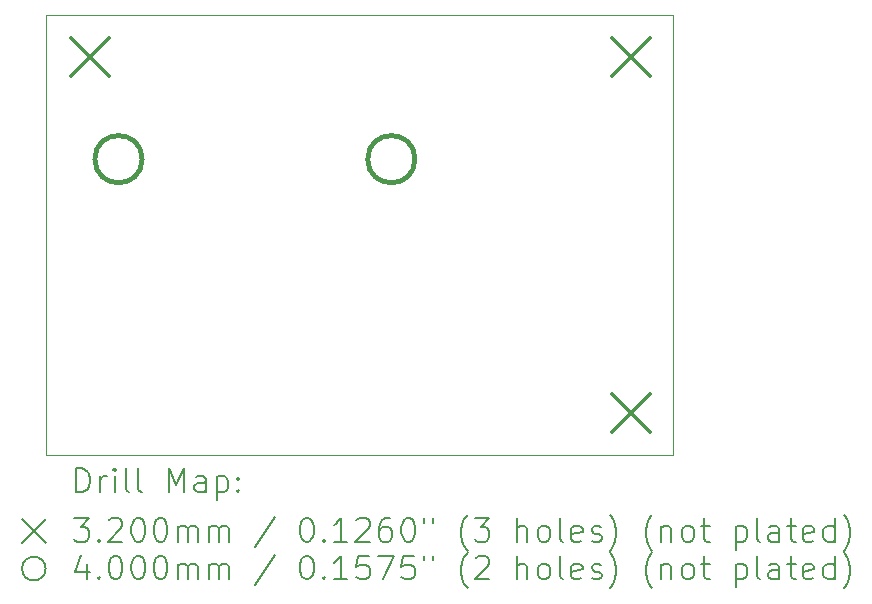
<source format=gbr>
%TF.GenerationSoftware,KiCad,Pcbnew,7.0.9*%
%TF.CreationDate,2023-12-11T15:48:04+01:00*%
%TF.ProjectId,MPX5100DP-THT-board,4d505835-3130-4304-9450-2d5448542d62,1.2*%
%TF.SameCoordinates,Original*%
%TF.FileFunction,Drillmap*%
%TF.FilePolarity,Positive*%
%FSLAX45Y45*%
G04 Gerber Fmt 4.5, Leading zero omitted, Abs format (unit mm)*
G04 Created by KiCad (PCBNEW 7.0.9) date 2023-12-11 15:48:04*
%MOMM*%
%LPD*%
G01*
G04 APERTURE LIST*
%ADD10C,0.100000*%
%ADD11C,0.200000*%
%ADD12C,0.320000*%
%ADD13C,0.400000*%
G04 APERTURE END LIST*
D10*
X3962400Y-2425700D02*
X9271000Y-2425700D01*
X9271000Y-6146800D01*
X3962400Y-6146800D01*
X3962400Y-2425700D01*
D11*
D12*
X4170700Y-2621300D02*
X4490700Y-2941300D01*
X4490700Y-2621300D02*
X4170700Y-2941300D01*
X8755400Y-2621300D02*
X9075400Y-2941300D01*
X9075400Y-2621300D02*
X8755400Y-2941300D01*
X8755400Y-5631200D02*
X9075400Y-5951200D01*
X9075400Y-5631200D02*
X8755400Y-5951200D01*
D13*
X4774785Y-3644900D02*
G75*
G03*
X4774785Y-3644900I-200000J0D01*
G01*
X7084785Y-3644900D02*
G75*
G03*
X7084785Y-3644900I-200000J0D01*
G01*
D11*
X4218177Y-6463284D02*
X4218177Y-6263284D01*
X4218177Y-6263284D02*
X4265796Y-6263284D01*
X4265796Y-6263284D02*
X4294367Y-6272808D01*
X4294367Y-6272808D02*
X4313415Y-6291855D01*
X4313415Y-6291855D02*
X4322939Y-6310903D01*
X4322939Y-6310903D02*
X4332463Y-6348998D01*
X4332463Y-6348998D02*
X4332463Y-6377569D01*
X4332463Y-6377569D02*
X4322939Y-6415665D01*
X4322939Y-6415665D02*
X4313415Y-6434712D01*
X4313415Y-6434712D02*
X4294367Y-6453760D01*
X4294367Y-6453760D02*
X4265796Y-6463284D01*
X4265796Y-6463284D02*
X4218177Y-6463284D01*
X4418177Y-6463284D02*
X4418177Y-6329950D01*
X4418177Y-6368046D02*
X4427701Y-6348998D01*
X4427701Y-6348998D02*
X4437224Y-6339474D01*
X4437224Y-6339474D02*
X4456272Y-6329950D01*
X4456272Y-6329950D02*
X4475320Y-6329950D01*
X4541986Y-6463284D02*
X4541986Y-6329950D01*
X4541986Y-6263284D02*
X4532463Y-6272808D01*
X4532463Y-6272808D02*
X4541986Y-6282331D01*
X4541986Y-6282331D02*
X4551510Y-6272808D01*
X4551510Y-6272808D02*
X4541986Y-6263284D01*
X4541986Y-6263284D02*
X4541986Y-6282331D01*
X4665796Y-6463284D02*
X4646748Y-6453760D01*
X4646748Y-6453760D02*
X4637224Y-6434712D01*
X4637224Y-6434712D02*
X4637224Y-6263284D01*
X4770558Y-6463284D02*
X4751510Y-6453760D01*
X4751510Y-6453760D02*
X4741986Y-6434712D01*
X4741986Y-6434712D02*
X4741986Y-6263284D01*
X4999129Y-6463284D02*
X4999129Y-6263284D01*
X4999129Y-6263284D02*
X5065796Y-6406141D01*
X5065796Y-6406141D02*
X5132463Y-6263284D01*
X5132463Y-6263284D02*
X5132463Y-6463284D01*
X5313415Y-6463284D02*
X5313415Y-6358522D01*
X5313415Y-6358522D02*
X5303891Y-6339474D01*
X5303891Y-6339474D02*
X5284844Y-6329950D01*
X5284844Y-6329950D02*
X5246748Y-6329950D01*
X5246748Y-6329950D02*
X5227701Y-6339474D01*
X5313415Y-6453760D02*
X5294367Y-6463284D01*
X5294367Y-6463284D02*
X5246748Y-6463284D01*
X5246748Y-6463284D02*
X5227701Y-6453760D01*
X5227701Y-6453760D02*
X5218177Y-6434712D01*
X5218177Y-6434712D02*
X5218177Y-6415665D01*
X5218177Y-6415665D02*
X5227701Y-6396617D01*
X5227701Y-6396617D02*
X5246748Y-6387093D01*
X5246748Y-6387093D02*
X5294367Y-6387093D01*
X5294367Y-6387093D02*
X5313415Y-6377569D01*
X5408653Y-6329950D02*
X5408653Y-6529950D01*
X5408653Y-6339474D02*
X5427701Y-6329950D01*
X5427701Y-6329950D02*
X5465796Y-6329950D01*
X5465796Y-6329950D02*
X5484844Y-6339474D01*
X5484844Y-6339474D02*
X5494367Y-6348998D01*
X5494367Y-6348998D02*
X5503891Y-6368046D01*
X5503891Y-6368046D02*
X5503891Y-6425188D01*
X5503891Y-6425188D02*
X5494367Y-6444236D01*
X5494367Y-6444236D02*
X5484844Y-6453760D01*
X5484844Y-6453760D02*
X5465796Y-6463284D01*
X5465796Y-6463284D02*
X5427701Y-6463284D01*
X5427701Y-6463284D02*
X5408653Y-6453760D01*
X5589605Y-6444236D02*
X5599129Y-6453760D01*
X5599129Y-6453760D02*
X5589605Y-6463284D01*
X5589605Y-6463284D02*
X5580082Y-6453760D01*
X5580082Y-6453760D02*
X5589605Y-6444236D01*
X5589605Y-6444236D02*
X5589605Y-6463284D01*
X5589605Y-6339474D02*
X5599129Y-6348998D01*
X5599129Y-6348998D02*
X5589605Y-6358522D01*
X5589605Y-6358522D02*
X5580082Y-6348998D01*
X5580082Y-6348998D02*
X5589605Y-6339474D01*
X5589605Y-6339474D02*
X5589605Y-6358522D01*
X3757400Y-6691800D02*
X3957400Y-6891800D01*
X3957400Y-6691800D02*
X3757400Y-6891800D01*
X4199129Y-6683284D02*
X4322939Y-6683284D01*
X4322939Y-6683284D02*
X4256272Y-6759474D01*
X4256272Y-6759474D02*
X4284844Y-6759474D01*
X4284844Y-6759474D02*
X4303891Y-6768998D01*
X4303891Y-6768998D02*
X4313415Y-6778522D01*
X4313415Y-6778522D02*
X4322939Y-6797569D01*
X4322939Y-6797569D02*
X4322939Y-6845188D01*
X4322939Y-6845188D02*
X4313415Y-6864236D01*
X4313415Y-6864236D02*
X4303891Y-6873760D01*
X4303891Y-6873760D02*
X4284844Y-6883284D01*
X4284844Y-6883284D02*
X4227701Y-6883284D01*
X4227701Y-6883284D02*
X4208653Y-6873760D01*
X4208653Y-6873760D02*
X4199129Y-6864236D01*
X4408653Y-6864236D02*
X4418177Y-6873760D01*
X4418177Y-6873760D02*
X4408653Y-6883284D01*
X4408653Y-6883284D02*
X4399129Y-6873760D01*
X4399129Y-6873760D02*
X4408653Y-6864236D01*
X4408653Y-6864236D02*
X4408653Y-6883284D01*
X4494367Y-6702331D02*
X4503891Y-6692808D01*
X4503891Y-6692808D02*
X4522939Y-6683284D01*
X4522939Y-6683284D02*
X4570558Y-6683284D01*
X4570558Y-6683284D02*
X4589605Y-6692808D01*
X4589605Y-6692808D02*
X4599129Y-6702331D01*
X4599129Y-6702331D02*
X4608653Y-6721379D01*
X4608653Y-6721379D02*
X4608653Y-6740427D01*
X4608653Y-6740427D02*
X4599129Y-6768998D01*
X4599129Y-6768998D02*
X4484844Y-6883284D01*
X4484844Y-6883284D02*
X4608653Y-6883284D01*
X4732463Y-6683284D02*
X4751510Y-6683284D01*
X4751510Y-6683284D02*
X4770558Y-6692808D01*
X4770558Y-6692808D02*
X4780082Y-6702331D01*
X4780082Y-6702331D02*
X4789605Y-6721379D01*
X4789605Y-6721379D02*
X4799129Y-6759474D01*
X4799129Y-6759474D02*
X4799129Y-6807093D01*
X4799129Y-6807093D02*
X4789605Y-6845188D01*
X4789605Y-6845188D02*
X4780082Y-6864236D01*
X4780082Y-6864236D02*
X4770558Y-6873760D01*
X4770558Y-6873760D02*
X4751510Y-6883284D01*
X4751510Y-6883284D02*
X4732463Y-6883284D01*
X4732463Y-6883284D02*
X4713415Y-6873760D01*
X4713415Y-6873760D02*
X4703891Y-6864236D01*
X4703891Y-6864236D02*
X4694367Y-6845188D01*
X4694367Y-6845188D02*
X4684844Y-6807093D01*
X4684844Y-6807093D02*
X4684844Y-6759474D01*
X4684844Y-6759474D02*
X4694367Y-6721379D01*
X4694367Y-6721379D02*
X4703891Y-6702331D01*
X4703891Y-6702331D02*
X4713415Y-6692808D01*
X4713415Y-6692808D02*
X4732463Y-6683284D01*
X4922939Y-6683284D02*
X4941986Y-6683284D01*
X4941986Y-6683284D02*
X4961034Y-6692808D01*
X4961034Y-6692808D02*
X4970558Y-6702331D01*
X4970558Y-6702331D02*
X4980082Y-6721379D01*
X4980082Y-6721379D02*
X4989605Y-6759474D01*
X4989605Y-6759474D02*
X4989605Y-6807093D01*
X4989605Y-6807093D02*
X4980082Y-6845188D01*
X4980082Y-6845188D02*
X4970558Y-6864236D01*
X4970558Y-6864236D02*
X4961034Y-6873760D01*
X4961034Y-6873760D02*
X4941986Y-6883284D01*
X4941986Y-6883284D02*
X4922939Y-6883284D01*
X4922939Y-6883284D02*
X4903891Y-6873760D01*
X4903891Y-6873760D02*
X4894367Y-6864236D01*
X4894367Y-6864236D02*
X4884844Y-6845188D01*
X4884844Y-6845188D02*
X4875320Y-6807093D01*
X4875320Y-6807093D02*
X4875320Y-6759474D01*
X4875320Y-6759474D02*
X4884844Y-6721379D01*
X4884844Y-6721379D02*
X4894367Y-6702331D01*
X4894367Y-6702331D02*
X4903891Y-6692808D01*
X4903891Y-6692808D02*
X4922939Y-6683284D01*
X5075320Y-6883284D02*
X5075320Y-6749950D01*
X5075320Y-6768998D02*
X5084844Y-6759474D01*
X5084844Y-6759474D02*
X5103891Y-6749950D01*
X5103891Y-6749950D02*
X5132463Y-6749950D01*
X5132463Y-6749950D02*
X5151510Y-6759474D01*
X5151510Y-6759474D02*
X5161034Y-6778522D01*
X5161034Y-6778522D02*
X5161034Y-6883284D01*
X5161034Y-6778522D02*
X5170558Y-6759474D01*
X5170558Y-6759474D02*
X5189605Y-6749950D01*
X5189605Y-6749950D02*
X5218177Y-6749950D01*
X5218177Y-6749950D02*
X5237225Y-6759474D01*
X5237225Y-6759474D02*
X5246748Y-6778522D01*
X5246748Y-6778522D02*
X5246748Y-6883284D01*
X5341986Y-6883284D02*
X5341986Y-6749950D01*
X5341986Y-6768998D02*
X5351510Y-6759474D01*
X5351510Y-6759474D02*
X5370558Y-6749950D01*
X5370558Y-6749950D02*
X5399129Y-6749950D01*
X5399129Y-6749950D02*
X5418177Y-6759474D01*
X5418177Y-6759474D02*
X5427701Y-6778522D01*
X5427701Y-6778522D02*
X5427701Y-6883284D01*
X5427701Y-6778522D02*
X5437225Y-6759474D01*
X5437225Y-6759474D02*
X5456272Y-6749950D01*
X5456272Y-6749950D02*
X5484844Y-6749950D01*
X5484844Y-6749950D02*
X5503891Y-6759474D01*
X5503891Y-6759474D02*
X5513415Y-6778522D01*
X5513415Y-6778522D02*
X5513415Y-6883284D01*
X5903891Y-6673760D02*
X5732463Y-6930903D01*
X6161034Y-6683284D02*
X6180082Y-6683284D01*
X6180082Y-6683284D02*
X6199129Y-6692808D01*
X6199129Y-6692808D02*
X6208653Y-6702331D01*
X6208653Y-6702331D02*
X6218177Y-6721379D01*
X6218177Y-6721379D02*
X6227701Y-6759474D01*
X6227701Y-6759474D02*
X6227701Y-6807093D01*
X6227701Y-6807093D02*
X6218177Y-6845188D01*
X6218177Y-6845188D02*
X6208653Y-6864236D01*
X6208653Y-6864236D02*
X6199129Y-6873760D01*
X6199129Y-6873760D02*
X6180082Y-6883284D01*
X6180082Y-6883284D02*
X6161034Y-6883284D01*
X6161034Y-6883284D02*
X6141986Y-6873760D01*
X6141986Y-6873760D02*
X6132463Y-6864236D01*
X6132463Y-6864236D02*
X6122939Y-6845188D01*
X6122939Y-6845188D02*
X6113415Y-6807093D01*
X6113415Y-6807093D02*
X6113415Y-6759474D01*
X6113415Y-6759474D02*
X6122939Y-6721379D01*
X6122939Y-6721379D02*
X6132463Y-6702331D01*
X6132463Y-6702331D02*
X6141986Y-6692808D01*
X6141986Y-6692808D02*
X6161034Y-6683284D01*
X6313415Y-6864236D02*
X6322939Y-6873760D01*
X6322939Y-6873760D02*
X6313415Y-6883284D01*
X6313415Y-6883284D02*
X6303891Y-6873760D01*
X6303891Y-6873760D02*
X6313415Y-6864236D01*
X6313415Y-6864236D02*
X6313415Y-6883284D01*
X6513415Y-6883284D02*
X6399129Y-6883284D01*
X6456272Y-6883284D02*
X6456272Y-6683284D01*
X6456272Y-6683284D02*
X6437225Y-6711855D01*
X6437225Y-6711855D02*
X6418177Y-6730903D01*
X6418177Y-6730903D02*
X6399129Y-6740427D01*
X6589606Y-6702331D02*
X6599129Y-6692808D01*
X6599129Y-6692808D02*
X6618177Y-6683284D01*
X6618177Y-6683284D02*
X6665796Y-6683284D01*
X6665796Y-6683284D02*
X6684844Y-6692808D01*
X6684844Y-6692808D02*
X6694367Y-6702331D01*
X6694367Y-6702331D02*
X6703891Y-6721379D01*
X6703891Y-6721379D02*
X6703891Y-6740427D01*
X6703891Y-6740427D02*
X6694367Y-6768998D01*
X6694367Y-6768998D02*
X6580082Y-6883284D01*
X6580082Y-6883284D02*
X6703891Y-6883284D01*
X6875320Y-6683284D02*
X6837225Y-6683284D01*
X6837225Y-6683284D02*
X6818177Y-6692808D01*
X6818177Y-6692808D02*
X6808653Y-6702331D01*
X6808653Y-6702331D02*
X6789606Y-6730903D01*
X6789606Y-6730903D02*
X6780082Y-6768998D01*
X6780082Y-6768998D02*
X6780082Y-6845188D01*
X6780082Y-6845188D02*
X6789606Y-6864236D01*
X6789606Y-6864236D02*
X6799129Y-6873760D01*
X6799129Y-6873760D02*
X6818177Y-6883284D01*
X6818177Y-6883284D02*
X6856272Y-6883284D01*
X6856272Y-6883284D02*
X6875320Y-6873760D01*
X6875320Y-6873760D02*
X6884844Y-6864236D01*
X6884844Y-6864236D02*
X6894367Y-6845188D01*
X6894367Y-6845188D02*
X6894367Y-6797569D01*
X6894367Y-6797569D02*
X6884844Y-6778522D01*
X6884844Y-6778522D02*
X6875320Y-6768998D01*
X6875320Y-6768998D02*
X6856272Y-6759474D01*
X6856272Y-6759474D02*
X6818177Y-6759474D01*
X6818177Y-6759474D02*
X6799129Y-6768998D01*
X6799129Y-6768998D02*
X6789606Y-6778522D01*
X6789606Y-6778522D02*
X6780082Y-6797569D01*
X7018177Y-6683284D02*
X7037225Y-6683284D01*
X7037225Y-6683284D02*
X7056272Y-6692808D01*
X7056272Y-6692808D02*
X7065796Y-6702331D01*
X7065796Y-6702331D02*
X7075320Y-6721379D01*
X7075320Y-6721379D02*
X7084844Y-6759474D01*
X7084844Y-6759474D02*
X7084844Y-6807093D01*
X7084844Y-6807093D02*
X7075320Y-6845188D01*
X7075320Y-6845188D02*
X7065796Y-6864236D01*
X7065796Y-6864236D02*
X7056272Y-6873760D01*
X7056272Y-6873760D02*
X7037225Y-6883284D01*
X7037225Y-6883284D02*
X7018177Y-6883284D01*
X7018177Y-6883284D02*
X6999129Y-6873760D01*
X6999129Y-6873760D02*
X6989606Y-6864236D01*
X6989606Y-6864236D02*
X6980082Y-6845188D01*
X6980082Y-6845188D02*
X6970558Y-6807093D01*
X6970558Y-6807093D02*
X6970558Y-6759474D01*
X6970558Y-6759474D02*
X6980082Y-6721379D01*
X6980082Y-6721379D02*
X6989606Y-6702331D01*
X6989606Y-6702331D02*
X6999129Y-6692808D01*
X6999129Y-6692808D02*
X7018177Y-6683284D01*
X7161034Y-6683284D02*
X7161034Y-6721379D01*
X7237225Y-6683284D02*
X7237225Y-6721379D01*
X7532463Y-6959474D02*
X7522939Y-6949950D01*
X7522939Y-6949950D02*
X7503891Y-6921379D01*
X7503891Y-6921379D02*
X7494368Y-6902331D01*
X7494368Y-6902331D02*
X7484844Y-6873760D01*
X7484844Y-6873760D02*
X7475320Y-6826141D01*
X7475320Y-6826141D02*
X7475320Y-6788046D01*
X7475320Y-6788046D02*
X7484844Y-6740427D01*
X7484844Y-6740427D02*
X7494368Y-6711855D01*
X7494368Y-6711855D02*
X7503891Y-6692808D01*
X7503891Y-6692808D02*
X7522939Y-6664236D01*
X7522939Y-6664236D02*
X7532463Y-6654712D01*
X7589606Y-6683284D02*
X7713415Y-6683284D01*
X7713415Y-6683284D02*
X7646748Y-6759474D01*
X7646748Y-6759474D02*
X7675320Y-6759474D01*
X7675320Y-6759474D02*
X7694368Y-6768998D01*
X7694368Y-6768998D02*
X7703891Y-6778522D01*
X7703891Y-6778522D02*
X7713415Y-6797569D01*
X7713415Y-6797569D02*
X7713415Y-6845188D01*
X7713415Y-6845188D02*
X7703891Y-6864236D01*
X7703891Y-6864236D02*
X7694368Y-6873760D01*
X7694368Y-6873760D02*
X7675320Y-6883284D01*
X7675320Y-6883284D02*
X7618177Y-6883284D01*
X7618177Y-6883284D02*
X7599129Y-6873760D01*
X7599129Y-6873760D02*
X7589606Y-6864236D01*
X7951510Y-6883284D02*
X7951510Y-6683284D01*
X8037225Y-6883284D02*
X8037225Y-6778522D01*
X8037225Y-6778522D02*
X8027701Y-6759474D01*
X8027701Y-6759474D02*
X8008653Y-6749950D01*
X8008653Y-6749950D02*
X7980082Y-6749950D01*
X7980082Y-6749950D02*
X7961034Y-6759474D01*
X7961034Y-6759474D02*
X7951510Y-6768998D01*
X8161034Y-6883284D02*
X8141987Y-6873760D01*
X8141987Y-6873760D02*
X8132463Y-6864236D01*
X8132463Y-6864236D02*
X8122939Y-6845188D01*
X8122939Y-6845188D02*
X8122939Y-6788046D01*
X8122939Y-6788046D02*
X8132463Y-6768998D01*
X8132463Y-6768998D02*
X8141987Y-6759474D01*
X8141987Y-6759474D02*
X8161034Y-6749950D01*
X8161034Y-6749950D02*
X8189606Y-6749950D01*
X8189606Y-6749950D02*
X8208653Y-6759474D01*
X8208653Y-6759474D02*
X8218177Y-6768998D01*
X8218177Y-6768998D02*
X8227701Y-6788046D01*
X8227701Y-6788046D02*
X8227701Y-6845188D01*
X8227701Y-6845188D02*
X8218177Y-6864236D01*
X8218177Y-6864236D02*
X8208653Y-6873760D01*
X8208653Y-6873760D02*
X8189606Y-6883284D01*
X8189606Y-6883284D02*
X8161034Y-6883284D01*
X8341987Y-6883284D02*
X8322939Y-6873760D01*
X8322939Y-6873760D02*
X8313415Y-6854712D01*
X8313415Y-6854712D02*
X8313415Y-6683284D01*
X8494368Y-6873760D02*
X8475320Y-6883284D01*
X8475320Y-6883284D02*
X8437225Y-6883284D01*
X8437225Y-6883284D02*
X8418177Y-6873760D01*
X8418177Y-6873760D02*
X8408653Y-6854712D01*
X8408653Y-6854712D02*
X8408653Y-6778522D01*
X8408653Y-6778522D02*
X8418177Y-6759474D01*
X8418177Y-6759474D02*
X8437225Y-6749950D01*
X8437225Y-6749950D02*
X8475320Y-6749950D01*
X8475320Y-6749950D02*
X8494368Y-6759474D01*
X8494368Y-6759474D02*
X8503892Y-6778522D01*
X8503892Y-6778522D02*
X8503892Y-6797569D01*
X8503892Y-6797569D02*
X8408653Y-6816617D01*
X8580082Y-6873760D02*
X8599130Y-6883284D01*
X8599130Y-6883284D02*
X8637225Y-6883284D01*
X8637225Y-6883284D02*
X8656273Y-6873760D01*
X8656273Y-6873760D02*
X8665796Y-6854712D01*
X8665796Y-6854712D02*
X8665796Y-6845188D01*
X8665796Y-6845188D02*
X8656273Y-6826141D01*
X8656273Y-6826141D02*
X8637225Y-6816617D01*
X8637225Y-6816617D02*
X8608653Y-6816617D01*
X8608653Y-6816617D02*
X8589606Y-6807093D01*
X8589606Y-6807093D02*
X8580082Y-6788046D01*
X8580082Y-6788046D02*
X8580082Y-6778522D01*
X8580082Y-6778522D02*
X8589606Y-6759474D01*
X8589606Y-6759474D02*
X8608653Y-6749950D01*
X8608653Y-6749950D02*
X8637225Y-6749950D01*
X8637225Y-6749950D02*
X8656273Y-6759474D01*
X8732463Y-6959474D02*
X8741987Y-6949950D01*
X8741987Y-6949950D02*
X8761034Y-6921379D01*
X8761034Y-6921379D02*
X8770558Y-6902331D01*
X8770558Y-6902331D02*
X8780082Y-6873760D01*
X8780082Y-6873760D02*
X8789606Y-6826141D01*
X8789606Y-6826141D02*
X8789606Y-6788046D01*
X8789606Y-6788046D02*
X8780082Y-6740427D01*
X8780082Y-6740427D02*
X8770558Y-6711855D01*
X8770558Y-6711855D02*
X8761034Y-6692808D01*
X8761034Y-6692808D02*
X8741987Y-6664236D01*
X8741987Y-6664236D02*
X8732463Y-6654712D01*
X9094368Y-6959474D02*
X9084844Y-6949950D01*
X9084844Y-6949950D02*
X9065796Y-6921379D01*
X9065796Y-6921379D02*
X9056273Y-6902331D01*
X9056273Y-6902331D02*
X9046749Y-6873760D01*
X9046749Y-6873760D02*
X9037225Y-6826141D01*
X9037225Y-6826141D02*
X9037225Y-6788046D01*
X9037225Y-6788046D02*
X9046749Y-6740427D01*
X9046749Y-6740427D02*
X9056273Y-6711855D01*
X9056273Y-6711855D02*
X9065796Y-6692808D01*
X9065796Y-6692808D02*
X9084844Y-6664236D01*
X9084844Y-6664236D02*
X9094368Y-6654712D01*
X9170558Y-6749950D02*
X9170558Y-6883284D01*
X9170558Y-6768998D02*
X9180082Y-6759474D01*
X9180082Y-6759474D02*
X9199130Y-6749950D01*
X9199130Y-6749950D02*
X9227701Y-6749950D01*
X9227701Y-6749950D02*
X9246749Y-6759474D01*
X9246749Y-6759474D02*
X9256273Y-6778522D01*
X9256273Y-6778522D02*
X9256273Y-6883284D01*
X9380082Y-6883284D02*
X9361034Y-6873760D01*
X9361034Y-6873760D02*
X9351511Y-6864236D01*
X9351511Y-6864236D02*
X9341987Y-6845188D01*
X9341987Y-6845188D02*
X9341987Y-6788046D01*
X9341987Y-6788046D02*
X9351511Y-6768998D01*
X9351511Y-6768998D02*
X9361034Y-6759474D01*
X9361034Y-6759474D02*
X9380082Y-6749950D01*
X9380082Y-6749950D02*
X9408654Y-6749950D01*
X9408654Y-6749950D02*
X9427701Y-6759474D01*
X9427701Y-6759474D02*
X9437225Y-6768998D01*
X9437225Y-6768998D02*
X9446749Y-6788046D01*
X9446749Y-6788046D02*
X9446749Y-6845188D01*
X9446749Y-6845188D02*
X9437225Y-6864236D01*
X9437225Y-6864236D02*
X9427701Y-6873760D01*
X9427701Y-6873760D02*
X9408654Y-6883284D01*
X9408654Y-6883284D02*
X9380082Y-6883284D01*
X9503892Y-6749950D02*
X9580082Y-6749950D01*
X9532463Y-6683284D02*
X9532463Y-6854712D01*
X9532463Y-6854712D02*
X9541987Y-6873760D01*
X9541987Y-6873760D02*
X9561034Y-6883284D01*
X9561034Y-6883284D02*
X9580082Y-6883284D01*
X9799130Y-6749950D02*
X9799130Y-6949950D01*
X9799130Y-6759474D02*
X9818177Y-6749950D01*
X9818177Y-6749950D02*
X9856273Y-6749950D01*
X9856273Y-6749950D02*
X9875320Y-6759474D01*
X9875320Y-6759474D02*
X9884844Y-6768998D01*
X9884844Y-6768998D02*
X9894368Y-6788046D01*
X9894368Y-6788046D02*
X9894368Y-6845188D01*
X9894368Y-6845188D02*
X9884844Y-6864236D01*
X9884844Y-6864236D02*
X9875320Y-6873760D01*
X9875320Y-6873760D02*
X9856273Y-6883284D01*
X9856273Y-6883284D02*
X9818177Y-6883284D01*
X9818177Y-6883284D02*
X9799130Y-6873760D01*
X10008654Y-6883284D02*
X9989606Y-6873760D01*
X9989606Y-6873760D02*
X9980082Y-6854712D01*
X9980082Y-6854712D02*
X9980082Y-6683284D01*
X10170558Y-6883284D02*
X10170558Y-6778522D01*
X10170558Y-6778522D02*
X10161035Y-6759474D01*
X10161035Y-6759474D02*
X10141987Y-6749950D01*
X10141987Y-6749950D02*
X10103892Y-6749950D01*
X10103892Y-6749950D02*
X10084844Y-6759474D01*
X10170558Y-6873760D02*
X10151511Y-6883284D01*
X10151511Y-6883284D02*
X10103892Y-6883284D01*
X10103892Y-6883284D02*
X10084844Y-6873760D01*
X10084844Y-6873760D02*
X10075320Y-6854712D01*
X10075320Y-6854712D02*
X10075320Y-6835665D01*
X10075320Y-6835665D02*
X10084844Y-6816617D01*
X10084844Y-6816617D02*
X10103892Y-6807093D01*
X10103892Y-6807093D02*
X10151511Y-6807093D01*
X10151511Y-6807093D02*
X10170558Y-6797569D01*
X10237225Y-6749950D02*
X10313415Y-6749950D01*
X10265796Y-6683284D02*
X10265796Y-6854712D01*
X10265796Y-6854712D02*
X10275320Y-6873760D01*
X10275320Y-6873760D02*
X10294368Y-6883284D01*
X10294368Y-6883284D02*
X10313415Y-6883284D01*
X10456273Y-6873760D02*
X10437225Y-6883284D01*
X10437225Y-6883284D02*
X10399130Y-6883284D01*
X10399130Y-6883284D02*
X10380082Y-6873760D01*
X10380082Y-6873760D02*
X10370558Y-6854712D01*
X10370558Y-6854712D02*
X10370558Y-6778522D01*
X10370558Y-6778522D02*
X10380082Y-6759474D01*
X10380082Y-6759474D02*
X10399130Y-6749950D01*
X10399130Y-6749950D02*
X10437225Y-6749950D01*
X10437225Y-6749950D02*
X10456273Y-6759474D01*
X10456273Y-6759474D02*
X10465796Y-6778522D01*
X10465796Y-6778522D02*
X10465796Y-6797569D01*
X10465796Y-6797569D02*
X10370558Y-6816617D01*
X10637225Y-6883284D02*
X10637225Y-6683284D01*
X10637225Y-6873760D02*
X10618177Y-6883284D01*
X10618177Y-6883284D02*
X10580082Y-6883284D01*
X10580082Y-6883284D02*
X10561035Y-6873760D01*
X10561035Y-6873760D02*
X10551511Y-6864236D01*
X10551511Y-6864236D02*
X10541987Y-6845188D01*
X10541987Y-6845188D02*
X10541987Y-6788046D01*
X10541987Y-6788046D02*
X10551511Y-6768998D01*
X10551511Y-6768998D02*
X10561035Y-6759474D01*
X10561035Y-6759474D02*
X10580082Y-6749950D01*
X10580082Y-6749950D02*
X10618177Y-6749950D01*
X10618177Y-6749950D02*
X10637225Y-6759474D01*
X10713416Y-6959474D02*
X10722939Y-6949950D01*
X10722939Y-6949950D02*
X10741987Y-6921379D01*
X10741987Y-6921379D02*
X10751511Y-6902331D01*
X10751511Y-6902331D02*
X10761035Y-6873760D01*
X10761035Y-6873760D02*
X10770558Y-6826141D01*
X10770558Y-6826141D02*
X10770558Y-6788046D01*
X10770558Y-6788046D02*
X10761035Y-6740427D01*
X10761035Y-6740427D02*
X10751511Y-6711855D01*
X10751511Y-6711855D02*
X10741987Y-6692808D01*
X10741987Y-6692808D02*
X10722939Y-6664236D01*
X10722939Y-6664236D02*
X10713416Y-6654712D01*
X3957400Y-7111800D02*
G75*
G03*
X3957400Y-7111800I-100000J0D01*
G01*
X4303891Y-7069950D02*
X4303891Y-7203284D01*
X4256272Y-6993760D02*
X4208653Y-7136617D01*
X4208653Y-7136617D02*
X4332463Y-7136617D01*
X4408653Y-7184236D02*
X4418177Y-7193760D01*
X4418177Y-7193760D02*
X4408653Y-7203284D01*
X4408653Y-7203284D02*
X4399129Y-7193760D01*
X4399129Y-7193760D02*
X4408653Y-7184236D01*
X4408653Y-7184236D02*
X4408653Y-7203284D01*
X4541986Y-7003284D02*
X4561034Y-7003284D01*
X4561034Y-7003284D02*
X4580082Y-7012808D01*
X4580082Y-7012808D02*
X4589605Y-7022331D01*
X4589605Y-7022331D02*
X4599129Y-7041379D01*
X4599129Y-7041379D02*
X4608653Y-7079474D01*
X4608653Y-7079474D02*
X4608653Y-7127093D01*
X4608653Y-7127093D02*
X4599129Y-7165188D01*
X4599129Y-7165188D02*
X4589605Y-7184236D01*
X4589605Y-7184236D02*
X4580082Y-7193760D01*
X4580082Y-7193760D02*
X4561034Y-7203284D01*
X4561034Y-7203284D02*
X4541986Y-7203284D01*
X4541986Y-7203284D02*
X4522939Y-7193760D01*
X4522939Y-7193760D02*
X4513415Y-7184236D01*
X4513415Y-7184236D02*
X4503891Y-7165188D01*
X4503891Y-7165188D02*
X4494367Y-7127093D01*
X4494367Y-7127093D02*
X4494367Y-7079474D01*
X4494367Y-7079474D02*
X4503891Y-7041379D01*
X4503891Y-7041379D02*
X4513415Y-7022331D01*
X4513415Y-7022331D02*
X4522939Y-7012808D01*
X4522939Y-7012808D02*
X4541986Y-7003284D01*
X4732463Y-7003284D02*
X4751510Y-7003284D01*
X4751510Y-7003284D02*
X4770558Y-7012808D01*
X4770558Y-7012808D02*
X4780082Y-7022331D01*
X4780082Y-7022331D02*
X4789605Y-7041379D01*
X4789605Y-7041379D02*
X4799129Y-7079474D01*
X4799129Y-7079474D02*
X4799129Y-7127093D01*
X4799129Y-7127093D02*
X4789605Y-7165188D01*
X4789605Y-7165188D02*
X4780082Y-7184236D01*
X4780082Y-7184236D02*
X4770558Y-7193760D01*
X4770558Y-7193760D02*
X4751510Y-7203284D01*
X4751510Y-7203284D02*
X4732463Y-7203284D01*
X4732463Y-7203284D02*
X4713415Y-7193760D01*
X4713415Y-7193760D02*
X4703891Y-7184236D01*
X4703891Y-7184236D02*
X4694367Y-7165188D01*
X4694367Y-7165188D02*
X4684844Y-7127093D01*
X4684844Y-7127093D02*
X4684844Y-7079474D01*
X4684844Y-7079474D02*
X4694367Y-7041379D01*
X4694367Y-7041379D02*
X4703891Y-7022331D01*
X4703891Y-7022331D02*
X4713415Y-7012808D01*
X4713415Y-7012808D02*
X4732463Y-7003284D01*
X4922939Y-7003284D02*
X4941986Y-7003284D01*
X4941986Y-7003284D02*
X4961034Y-7012808D01*
X4961034Y-7012808D02*
X4970558Y-7022331D01*
X4970558Y-7022331D02*
X4980082Y-7041379D01*
X4980082Y-7041379D02*
X4989605Y-7079474D01*
X4989605Y-7079474D02*
X4989605Y-7127093D01*
X4989605Y-7127093D02*
X4980082Y-7165188D01*
X4980082Y-7165188D02*
X4970558Y-7184236D01*
X4970558Y-7184236D02*
X4961034Y-7193760D01*
X4961034Y-7193760D02*
X4941986Y-7203284D01*
X4941986Y-7203284D02*
X4922939Y-7203284D01*
X4922939Y-7203284D02*
X4903891Y-7193760D01*
X4903891Y-7193760D02*
X4894367Y-7184236D01*
X4894367Y-7184236D02*
X4884844Y-7165188D01*
X4884844Y-7165188D02*
X4875320Y-7127093D01*
X4875320Y-7127093D02*
X4875320Y-7079474D01*
X4875320Y-7079474D02*
X4884844Y-7041379D01*
X4884844Y-7041379D02*
X4894367Y-7022331D01*
X4894367Y-7022331D02*
X4903891Y-7012808D01*
X4903891Y-7012808D02*
X4922939Y-7003284D01*
X5075320Y-7203284D02*
X5075320Y-7069950D01*
X5075320Y-7088998D02*
X5084844Y-7079474D01*
X5084844Y-7079474D02*
X5103891Y-7069950D01*
X5103891Y-7069950D02*
X5132463Y-7069950D01*
X5132463Y-7069950D02*
X5151510Y-7079474D01*
X5151510Y-7079474D02*
X5161034Y-7098522D01*
X5161034Y-7098522D02*
X5161034Y-7203284D01*
X5161034Y-7098522D02*
X5170558Y-7079474D01*
X5170558Y-7079474D02*
X5189605Y-7069950D01*
X5189605Y-7069950D02*
X5218177Y-7069950D01*
X5218177Y-7069950D02*
X5237225Y-7079474D01*
X5237225Y-7079474D02*
X5246748Y-7098522D01*
X5246748Y-7098522D02*
X5246748Y-7203284D01*
X5341986Y-7203284D02*
X5341986Y-7069950D01*
X5341986Y-7088998D02*
X5351510Y-7079474D01*
X5351510Y-7079474D02*
X5370558Y-7069950D01*
X5370558Y-7069950D02*
X5399129Y-7069950D01*
X5399129Y-7069950D02*
X5418177Y-7079474D01*
X5418177Y-7079474D02*
X5427701Y-7098522D01*
X5427701Y-7098522D02*
X5427701Y-7203284D01*
X5427701Y-7098522D02*
X5437225Y-7079474D01*
X5437225Y-7079474D02*
X5456272Y-7069950D01*
X5456272Y-7069950D02*
X5484844Y-7069950D01*
X5484844Y-7069950D02*
X5503891Y-7079474D01*
X5503891Y-7079474D02*
X5513415Y-7098522D01*
X5513415Y-7098522D02*
X5513415Y-7203284D01*
X5903891Y-6993760D02*
X5732463Y-7250903D01*
X6161034Y-7003284D02*
X6180082Y-7003284D01*
X6180082Y-7003284D02*
X6199129Y-7012808D01*
X6199129Y-7012808D02*
X6208653Y-7022331D01*
X6208653Y-7022331D02*
X6218177Y-7041379D01*
X6218177Y-7041379D02*
X6227701Y-7079474D01*
X6227701Y-7079474D02*
X6227701Y-7127093D01*
X6227701Y-7127093D02*
X6218177Y-7165188D01*
X6218177Y-7165188D02*
X6208653Y-7184236D01*
X6208653Y-7184236D02*
X6199129Y-7193760D01*
X6199129Y-7193760D02*
X6180082Y-7203284D01*
X6180082Y-7203284D02*
X6161034Y-7203284D01*
X6161034Y-7203284D02*
X6141986Y-7193760D01*
X6141986Y-7193760D02*
X6132463Y-7184236D01*
X6132463Y-7184236D02*
X6122939Y-7165188D01*
X6122939Y-7165188D02*
X6113415Y-7127093D01*
X6113415Y-7127093D02*
X6113415Y-7079474D01*
X6113415Y-7079474D02*
X6122939Y-7041379D01*
X6122939Y-7041379D02*
X6132463Y-7022331D01*
X6132463Y-7022331D02*
X6141986Y-7012808D01*
X6141986Y-7012808D02*
X6161034Y-7003284D01*
X6313415Y-7184236D02*
X6322939Y-7193760D01*
X6322939Y-7193760D02*
X6313415Y-7203284D01*
X6313415Y-7203284D02*
X6303891Y-7193760D01*
X6303891Y-7193760D02*
X6313415Y-7184236D01*
X6313415Y-7184236D02*
X6313415Y-7203284D01*
X6513415Y-7203284D02*
X6399129Y-7203284D01*
X6456272Y-7203284D02*
X6456272Y-7003284D01*
X6456272Y-7003284D02*
X6437225Y-7031855D01*
X6437225Y-7031855D02*
X6418177Y-7050903D01*
X6418177Y-7050903D02*
X6399129Y-7060427D01*
X6694367Y-7003284D02*
X6599129Y-7003284D01*
X6599129Y-7003284D02*
X6589606Y-7098522D01*
X6589606Y-7098522D02*
X6599129Y-7088998D01*
X6599129Y-7088998D02*
X6618177Y-7079474D01*
X6618177Y-7079474D02*
X6665796Y-7079474D01*
X6665796Y-7079474D02*
X6684844Y-7088998D01*
X6684844Y-7088998D02*
X6694367Y-7098522D01*
X6694367Y-7098522D02*
X6703891Y-7117569D01*
X6703891Y-7117569D02*
X6703891Y-7165188D01*
X6703891Y-7165188D02*
X6694367Y-7184236D01*
X6694367Y-7184236D02*
X6684844Y-7193760D01*
X6684844Y-7193760D02*
X6665796Y-7203284D01*
X6665796Y-7203284D02*
X6618177Y-7203284D01*
X6618177Y-7203284D02*
X6599129Y-7193760D01*
X6599129Y-7193760D02*
X6589606Y-7184236D01*
X6770558Y-7003284D02*
X6903891Y-7003284D01*
X6903891Y-7003284D02*
X6818177Y-7203284D01*
X7075320Y-7003284D02*
X6980082Y-7003284D01*
X6980082Y-7003284D02*
X6970558Y-7098522D01*
X6970558Y-7098522D02*
X6980082Y-7088998D01*
X6980082Y-7088998D02*
X6999129Y-7079474D01*
X6999129Y-7079474D02*
X7046748Y-7079474D01*
X7046748Y-7079474D02*
X7065796Y-7088998D01*
X7065796Y-7088998D02*
X7075320Y-7098522D01*
X7075320Y-7098522D02*
X7084844Y-7117569D01*
X7084844Y-7117569D02*
X7084844Y-7165188D01*
X7084844Y-7165188D02*
X7075320Y-7184236D01*
X7075320Y-7184236D02*
X7065796Y-7193760D01*
X7065796Y-7193760D02*
X7046748Y-7203284D01*
X7046748Y-7203284D02*
X6999129Y-7203284D01*
X6999129Y-7203284D02*
X6980082Y-7193760D01*
X6980082Y-7193760D02*
X6970558Y-7184236D01*
X7161034Y-7003284D02*
X7161034Y-7041379D01*
X7237225Y-7003284D02*
X7237225Y-7041379D01*
X7532463Y-7279474D02*
X7522939Y-7269950D01*
X7522939Y-7269950D02*
X7503891Y-7241379D01*
X7503891Y-7241379D02*
X7494368Y-7222331D01*
X7494368Y-7222331D02*
X7484844Y-7193760D01*
X7484844Y-7193760D02*
X7475320Y-7146141D01*
X7475320Y-7146141D02*
X7475320Y-7108046D01*
X7475320Y-7108046D02*
X7484844Y-7060427D01*
X7484844Y-7060427D02*
X7494368Y-7031855D01*
X7494368Y-7031855D02*
X7503891Y-7012808D01*
X7503891Y-7012808D02*
X7522939Y-6984236D01*
X7522939Y-6984236D02*
X7532463Y-6974712D01*
X7599129Y-7022331D02*
X7608653Y-7012808D01*
X7608653Y-7012808D02*
X7627701Y-7003284D01*
X7627701Y-7003284D02*
X7675320Y-7003284D01*
X7675320Y-7003284D02*
X7694368Y-7012808D01*
X7694368Y-7012808D02*
X7703891Y-7022331D01*
X7703891Y-7022331D02*
X7713415Y-7041379D01*
X7713415Y-7041379D02*
X7713415Y-7060427D01*
X7713415Y-7060427D02*
X7703891Y-7088998D01*
X7703891Y-7088998D02*
X7589606Y-7203284D01*
X7589606Y-7203284D02*
X7713415Y-7203284D01*
X7951510Y-7203284D02*
X7951510Y-7003284D01*
X8037225Y-7203284D02*
X8037225Y-7098522D01*
X8037225Y-7098522D02*
X8027701Y-7079474D01*
X8027701Y-7079474D02*
X8008653Y-7069950D01*
X8008653Y-7069950D02*
X7980082Y-7069950D01*
X7980082Y-7069950D02*
X7961034Y-7079474D01*
X7961034Y-7079474D02*
X7951510Y-7088998D01*
X8161034Y-7203284D02*
X8141987Y-7193760D01*
X8141987Y-7193760D02*
X8132463Y-7184236D01*
X8132463Y-7184236D02*
X8122939Y-7165188D01*
X8122939Y-7165188D02*
X8122939Y-7108046D01*
X8122939Y-7108046D02*
X8132463Y-7088998D01*
X8132463Y-7088998D02*
X8141987Y-7079474D01*
X8141987Y-7079474D02*
X8161034Y-7069950D01*
X8161034Y-7069950D02*
X8189606Y-7069950D01*
X8189606Y-7069950D02*
X8208653Y-7079474D01*
X8208653Y-7079474D02*
X8218177Y-7088998D01*
X8218177Y-7088998D02*
X8227701Y-7108046D01*
X8227701Y-7108046D02*
X8227701Y-7165188D01*
X8227701Y-7165188D02*
X8218177Y-7184236D01*
X8218177Y-7184236D02*
X8208653Y-7193760D01*
X8208653Y-7193760D02*
X8189606Y-7203284D01*
X8189606Y-7203284D02*
X8161034Y-7203284D01*
X8341987Y-7203284D02*
X8322939Y-7193760D01*
X8322939Y-7193760D02*
X8313415Y-7174712D01*
X8313415Y-7174712D02*
X8313415Y-7003284D01*
X8494368Y-7193760D02*
X8475320Y-7203284D01*
X8475320Y-7203284D02*
X8437225Y-7203284D01*
X8437225Y-7203284D02*
X8418177Y-7193760D01*
X8418177Y-7193760D02*
X8408653Y-7174712D01*
X8408653Y-7174712D02*
X8408653Y-7098522D01*
X8408653Y-7098522D02*
X8418177Y-7079474D01*
X8418177Y-7079474D02*
X8437225Y-7069950D01*
X8437225Y-7069950D02*
X8475320Y-7069950D01*
X8475320Y-7069950D02*
X8494368Y-7079474D01*
X8494368Y-7079474D02*
X8503892Y-7098522D01*
X8503892Y-7098522D02*
X8503892Y-7117569D01*
X8503892Y-7117569D02*
X8408653Y-7136617D01*
X8580082Y-7193760D02*
X8599130Y-7203284D01*
X8599130Y-7203284D02*
X8637225Y-7203284D01*
X8637225Y-7203284D02*
X8656273Y-7193760D01*
X8656273Y-7193760D02*
X8665796Y-7174712D01*
X8665796Y-7174712D02*
X8665796Y-7165188D01*
X8665796Y-7165188D02*
X8656273Y-7146141D01*
X8656273Y-7146141D02*
X8637225Y-7136617D01*
X8637225Y-7136617D02*
X8608653Y-7136617D01*
X8608653Y-7136617D02*
X8589606Y-7127093D01*
X8589606Y-7127093D02*
X8580082Y-7108046D01*
X8580082Y-7108046D02*
X8580082Y-7098522D01*
X8580082Y-7098522D02*
X8589606Y-7079474D01*
X8589606Y-7079474D02*
X8608653Y-7069950D01*
X8608653Y-7069950D02*
X8637225Y-7069950D01*
X8637225Y-7069950D02*
X8656273Y-7079474D01*
X8732463Y-7279474D02*
X8741987Y-7269950D01*
X8741987Y-7269950D02*
X8761034Y-7241379D01*
X8761034Y-7241379D02*
X8770558Y-7222331D01*
X8770558Y-7222331D02*
X8780082Y-7193760D01*
X8780082Y-7193760D02*
X8789606Y-7146141D01*
X8789606Y-7146141D02*
X8789606Y-7108046D01*
X8789606Y-7108046D02*
X8780082Y-7060427D01*
X8780082Y-7060427D02*
X8770558Y-7031855D01*
X8770558Y-7031855D02*
X8761034Y-7012808D01*
X8761034Y-7012808D02*
X8741987Y-6984236D01*
X8741987Y-6984236D02*
X8732463Y-6974712D01*
X9094368Y-7279474D02*
X9084844Y-7269950D01*
X9084844Y-7269950D02*
X9065796Y-7241379D01*
X9065796Y-7241379D02*
X9056273Y-7222331D01*
X9056273Y-7222331D02*
X9046749Y-7193760D01*
X9046749Y-7193760D02*
X9037225Y-7146141D01*
X9037225Y-7146141D02*
X9037225Y-7108046D01*
X9037225Y-7108046D02*
X9046749Y-7060427D01*
X9046749Y-7060427D02*
X9056273Y-7031855D01*
X9056273Y-7031855D02*
X9065796Y-7012808D01*
X9065796Y-7012808D02*
X9084844Y-6984236D01*
X9084844Y-6984236D02*
X9094368Y-6974712D01*
X9170558Y-7069950D02*
X9170558Y-7203284D01*
X9170558Y-7088998D02*
X9180082Y-7079474D01*
X9180082Y-7079474D02*
X9199130Y-7069950D01*
X9199130Y-7069950D02*
X9227701Y-7069950D01*
X9227701Y-7069950D02*
X9246749Y-7079474D01*
X9246749Y-7079474D02*
X9256273Y-7098522D01*
X9256273Y-7098522D02*
X9256273Y-7203284D01*
X9380082Y-7203284D02*
X9361034Y-7193760D01*
X9361034Y-7193760D02*
X9351511Y-7184236D01*
X9351511Y-7184236D02*
X9341987Y-7165188D01*
X9341987Y-7165188D02*
X9341987Y-7108046D01*
X9341987Y-7108046D02*
X9351511Y-7088998D01*
X9351511Y-7088998D02*
X9361034Y-7079474D01*
X9361034Y-7079474D02*
X9380082Y-7069950D01*
X9380082Y-7069950D02*
X9408654Y-7069950D01*
X9408654Y-7069950D02*
X9427701Y-7079474D01*
X9427701Y-7079474D02*
X9437225Y-7088998D01*
X9437225Y-7088998D02*
X9446749Y-7108046D01*
X9446749Y-7108046D02*
X9446749Y-7165188D01*
X9446749Y-7165188D02*
X9437225Y-7184236D01*
X9437225Y-7184236D02*
X9427701Y-7193760D01*
X9427701Y-7193760D02*
X9408654Y-7203284D01*
X9408654Y-7203284D02*
X9380082Y-7203284D01*
X9503892Y-7069950D02*
X9580082Y-7069950D01*
X9532463Y-7003284D02*
X9532463Y-7174712D01*
X9532463Y-7174712D02*
X9541987Y-7193760D01*
X9541987Y-7193760D02*
X9561034Y-7203284D01*
X9561034Y-7203284D02*
X9580082Y-7203284D01*
X9799130Y-7069950D02*
X9799130Y-7269950D01*
X9799130Y-7079474D02*
X9818177Y-7069950D01*
X9818177Y-7069950D02*
X9856273Y-7069950D01*
X9856273Y-7069950D02*
X9875320Y-7079474D01*
X9875320Y-7079474D02*
X9884844Y-7088998D01*
X9884844Y-7088998D02*
X9894368Y-7108046D01*
X9894368Y-7108046D02*
X9894368Y-7165188D01*
X9894368Y-7165188D02*
X9884844Y-7184236D01*
X9884844Y-7184236D02*
X9875320Y-7193760D01*
X9875320Y-7193760D02*
X9856273Y-7203284D01*
X9856273Y-7203284D02*
X9818177Y-7203284D01*
X9818177Y-7203284D02*
X9799130Y-7193760D01*
X10008654Y-7203284D02*
X9989606Y-7193760D01*
X9989606Y-7193760D02*
X9980082Y-7174712D01*
X9980082Y-7174712D02*
X9980082Y-7003284D01*
X10170558Y-7203284D02*
X10170558Y-7098522D01*
X10170558Y-7098522D02*
X10161035Y-7079474D01*
X10161035Y-7079474D02*
X10141987Y-7069950D01*
X10141987Y-7069950D02*
X10103892Y-7069950D01*
X10103892Y-7069950D02*
X10084844Y-7079474D01*
X10170558Y-7193760D02*
X10151511Y-7203284D01*
X10151511Y-7203284D02*
X10103892Y-7203284D01*
X10103892Y-7203284D02*
X10084844Y-7193760D01*
X10084844Y-7193760D02*
X10075320Y-7174712D01*
X10075320Y-7174712D02*
X10075320Y-7155665D01*
X10075320Y-7155665D02*
X10084844Y-7136617D01*
X10084844Y-7136617D02*
X10103892Y-7127093D01*
X10103892Y-7127093D02*
X10151511Y-7127093D01*
X10151511Y-7127093D02*
X10170558Y-7117569D01*
X10237225Y-7069950D02*
X10313415Y-7069950D01*
X10265796Y-7003284D02*
X10265796Y-7174712D01*
X10265796Y-7174712D02*
X10275320Y-7193760D01*
X10275320Y-7193760D02*
X10294368Y-7203284D01*
X10294368Y-7203284D02*
X10313415Y-7203284D01*
X10456273Y-7193760D02*
X10437225Y-7203284D01*
X10437225Y-7203284D02*
X10399130Y-7203284D01*
X10399130Y-7203284D02*
X10380082Y-7193760D01*
X10380082Y-7193760D02*
X10370558Y-7174712D01*
X10370558Y-7174712D02*
X10370558Y-7098522D01*
X10370558Y-7098522D02*
X10380082Y-7079474D01*
X10380082Y-7079474D02*
X10399130Y-7069950D01*
X10399130Y-7069950D02*
X10437225Y-7069950D01*
X10437225Y-7069950D02*
X10456273Y-7079474D01*
X10456273Y-7079474D02*
X10465796Y-7098522D01*
X10465796Y-7098522D02*
X10465796Y-7117569D01*
X10465796Y-7117569D02*
X10370558Y-7136617D01*
X10637225Y-7203284D02*
X10637225Y-7003284D01*
X10637225Y-7193760D02*
X10618177Y-7203284D01*
X10618177Y-7203284D02*
X10580082Y-7203284D01*
X10580082Y-7203284D02*
X10561035Y-7193760D01*
X10561035Y-7193760D02*
X10551511Y-7184236D01*
X10551511Y-7184236D02*
X10541987Y-7165188D01*
X10541987Y-7165188D02*
X10541987Y-7108046D01*
X10541987Y-7108046D02*
X10551511Y-7088998D01*
X10551511Y-7088998D02*
X10561035Y-7079474D01*
X10561035Y-7079474D02*
X10580082Y-7069950D01*
X10580082Y-7069950D02*
X10618177Y-7069950D01*
X10618177Y-7069950D02*
X10637225Y-7079474D01*
X10713416Y-7279474D02*
X10722939Y-7269950D01*
X10722939Y-7269950D02*
X10741987Y-7241379D01*
X10741987Y-7241379D02*
X10751511Y-7222331D01*
X10751511Y-7222331D02*
X10761035Y-7193760D01*
X10761035Y-7193760D02*
X10770558Y-7146141D01*
X10770558Y-7146141D02*
X10770558Y-7108046D01*
X10770558Y-7108046D02*
X10761035Y-7060427D01*
X10761035Y-7060427D02*
X10751511Y-7031855D01*
X10751511Y-7031855D02*
X10741987Y-7012808D01*
X10741987Y-7012808D02*
X10722939Y-6984236D01*
X10722939Y-6984236D02*
X10713416Y-6974712D01*
M02*

</source>
